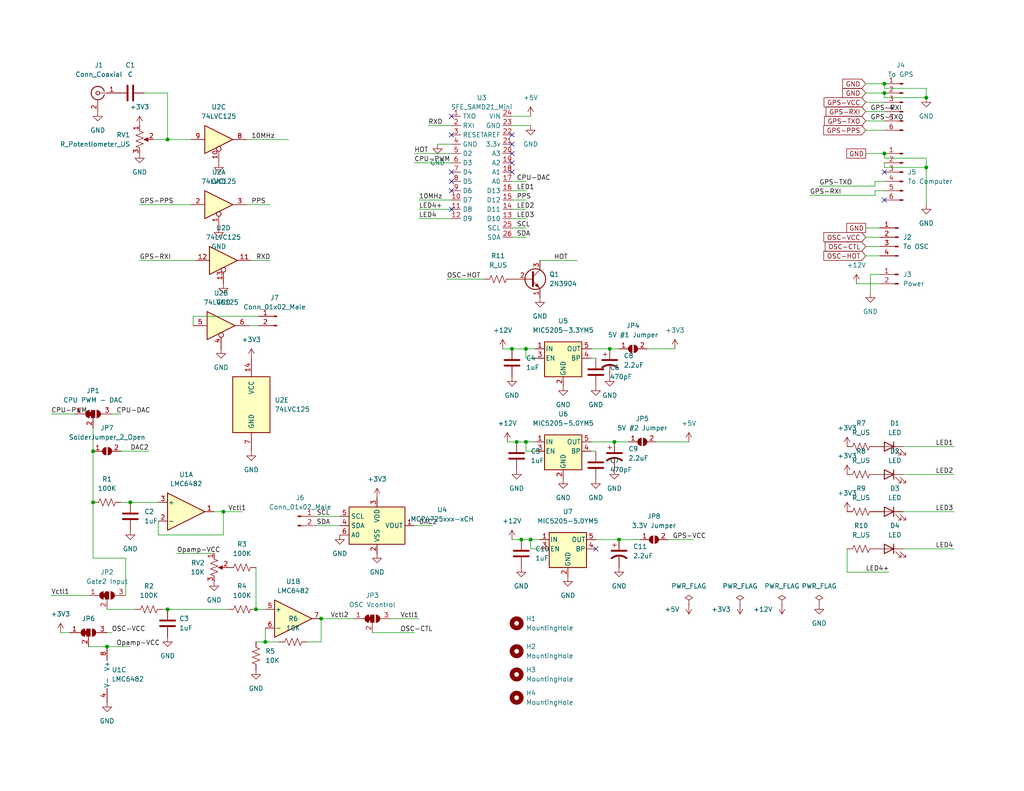
<source format=kicad_sch>
(kicad_sch (version 20230121) (generator eeschema)
  (paper "USLetter")
  (title_block (title "GPS Disciplined Oscillator"))
  (lib_symbols
    (symbol "74xx:74LVC125" (pin_names (offset 1.016))
      (property "Reference" "U" (at 0 1.27 0))
      (property "Value" "74LVC125" (at 0 -1.27 0))
      (symbol "74LVC125_1_0"
        (pin input inverted (at 0 -6.35 90) (length 4.445) (name "~") (number "1"))
        (pin input line (at -7.62 0 0) (length 3.81) (name "~") (number "2"))
        (pin tri_state line (at 7.62 0 180) (length 3.81) (name "~") (number "3"))
      )
      (symbol "74LVC125_2_0"
        (pin input inverted (at 0 -6.35 90) (length 4.445) (name "~") (number "4"))
        (pin input line (at -7.62 0 0) (length 3.81) (name "~") (number "5"))
        (pin tri_state line (at 7.62 0 180) (length 3.81) (name "~") (number "6"))
      )
      (symbol "74LVC125_3_0"
        (pin input inverted (at 0 -6.35 90) (length 4.445) (name "~") (number "10"))
        (pin tri_state line (at 7.62 0 180) (length 3.81) (name "~") (number "8"))
        (pin input line (at -7.62 0 0) (length 3.81) (name "~") (number "9"))
      )
      (symbol "74LVC125_4_0"
        (pin tri_state line (at 7.62 0 180) (length 3.81) (name "~") (number "11"))
        (pin input line (at -7.62 0 0) (length 3.81) (name "~") (number "12"))
        (pin input inverted (at 0 -6.35 90) (length 4.445) (name "~") (number "13"))
      )
      (symbol "74LVC125_5_0"
        (pin power_in line (at 0 12.7 270) (length 5.08) (name "VCC") (number "14"))
        (pin power_in line (at 0 -12.7 90) (length 5.08) (name "GND") (number "7"))
      )
    )
    (symbol "Amplifier_Operational:LMC6482" (pin_names (offset 0.127))
      (property "Reference" "U" (at 0 5.08 0))
      (property "Value" "LMC6482" (at 0 -5.08 0))
      (symbol "LMC6482_1_1"
        (pin output line (at 7.62 0 180) (length 2.54) (name "~") (number "1"))
        (pin input line (at -7.62 -2.54 0) (length 2.54) (name "-") (number "2"))
        (pin input line (at -7.62 2.54 0) (length 2.54) (name "+") (number "3"))
      )
      (symbol "LMC6482_2_1"
        (pin input line (at -7.62 2.54 0) (length 2.54) (name "+") (number "5"))
        (pin input line (at -7.62 -2.54 0) (length 2.54) (name "-") (number "6"))
        (pin output line (at 7.62 0 180) (length 2.54) (name "~") (number "7"))
      )
      (symbol "LMC6482_3_1"
        (pin power_in line (at -2.54 -7.62 90) (length 3.81) (name "V-") (number "4"))
        (pin power_in line (at -2.54 7.62 270) (length 3.81) (name "V+") (number "8"))
      )
    )
    (symbol "Analog_DAC:MCP4725xxx-xCH"
      (property "Reference" "U" (at -6.35 6.35 0))
      (property "Value" "MCP4725xxx-xCH" (at 8.89 6.35 0))
      (symbol "MCP4725xxx-xCH_1_1"
        (pin output line (at 10.16 0 180) (length 2.54) (name "VOUT") (number "1"))
        (pin power_in line (at 0 -7.62 90) (length 2.54) (name "VSS") (number "2"))
        (pin power_in line (at 0 7.62 270) (length 2.54) (name "VDD") (number "3"))
        (pin bidirectional line (at -10.16 0 0) (length 2.54) (name "SDA") (number "4"))
        (pin input line (at -10.16 2.54 0) (length 2.54) (name "SCL") (number "5"))
        (pin input line (at -10.16 -2.54 0) (length 2.54) (name "A0") (number "6"))
      )
    )
    (symbol "Connector:Conn_01x02_Male" (pin_names (offset 1.016) hide)
      (property "Reference" "J" (at 0 2.54 0))
      (property "Value" "Conn_01x02_Male" (at 0 -5.08 0))
      (symbol "Conn_01x02_Male_1_1"
        (pin passive line (at 5.08 0 180) (length 3.81) (name "Pin_1") (number "1"))
        (pin passive line (at 5.08 -2.54 180) (length 3.81) (name "Pin_2") (number "2"))
      )
    )
    (symbol "Connector:Conn_01x04_Male" (pin_names (offset 1.016) hide)
      (property "Reference" "J" (at 0 5.08 0))
      (property "Value" "Conn_01x04_Male" (at 0 -7.62 0))
      (symbol "Conn_01x04_Male_1_1"
        (pin passive line (at 5.08 2.54 180) (length 3.81) (name "Pin_1") (number "1"))
        (pin passive line (at 5.08 0 180) (length 3.81) (name "Pin_2") (number "2"))
        (pin passive line (at 5.08 -2.54 180) (length 3.81) (name "Pin_3") (number "3"))
        (pin passive line (at 5.08 -5.08 180) (length 3.81) (name "Pin_4") (number "4"))
      )
    )
    (symbol "Connector:Conn_01x06_Male" (pin_names (offset 1.016) hide)
      (property "Reference" "J" (at 0 7.62 0))
      (property "Value" "Conn_01x06_Male" (at 0 -10.16 0))
      (symbol "Conn_01x06_Male_1_1"
        (pin passive line (at 5.08 5.08 180) (length 3.81) (name "Pin_1") (number "1"))
        (pin passive line (at 5.08 2.54 180) (length 3.81) (name "Pin_2") (number "2"))
        (pin passive line (at 5.08 0 180) (length 3.81) (name "Pin_3") (number "3"))
        (pin passive line (at 5.08 -2.54 180) (length 3.81) (name "Pin_4") (number "4"))
        (pin passive line (at 5.08 -5.08 180) (length 3.81) (name "Pin_5") (number "5"))
        (pin passive line (at 5.08 -7.62 180) (length 3.81) (name "Pin_6") (number "6"))
      )
    )
    (symbol "Connector:Conn_Coaxial" (pin_names (offset 1.016) hide)
      (property "Reference" "J" (at 0.254 3.048 0))
      (property "Value" "Conn_Coaxial" (at 2.921 0 90))
      (symbol "Conn_Coaxial_1_1"
        (pin passive line (at -5.08 0 0) (length 2.54) (name "In") (number "1"))
        (pin passive line (at 0 -5.08 90) (length 2.54) (name "Ext") (number "2"))
      )
    )
    (symbol "Device:C" (pin_numbers hide) (pin_names (offset 0.254))
      (property "Reference" "C" (at 0.635 2.54 0))
      (property "Value" "C" (at 0.635 -2.54 0))
      (symbol "C_1_1"
        (pin passive line (at 0 3.81 270) (length 2.794) (name "~") (number "1"))
        (pin passive line (at 0 -3.81 90) (length 2.794) (name "~") (number "2"))
      )
    )
    (symbol "Device:C_Polarized_US" (pin_numbers hide) (pin_names (offset 0.254) hide)
      (property "Reference" "C" (at 0.635 2.54 0))
      (property "Value" "C_Polarized_US" (at 0.635 -2.54 0))
      (symbol "C_Polarized_US_1_1"
        (pin passive line (at 0 3.81 270) (length 2.794) (name "~") (number "1"))
        (pin passive line (at 0 -3.81 90) (length 3.302) (name "~") (number "2"))
      )
    )
    (symbol "Device:LED" (pin_numbers hide) (pin_names (offset 1.016) hide)
      (property "Reference" "D" (at 0 2.54 0))
      (property "Value" "LED" (at 0 -2.54 0))
      (symbol "LED_1_1"
        (pin passive line (at -3.81 0 0) (length 2.54) (name "K") (number "1"))
        (pin passive line (at 3.81 0 180) (length 2.54) (name "A") (number "2"))
      )
    )
    (symbol "Device:R_Potentiometer_US" (pin_names (offset 1.016) hide)
      (property "Reference" "RV" (at -4.445 0 90))
      (property "Value" "R_Potentiometer_US" (at -2.54 0 90))
      (symbol "R_Potentiometer_US_1_1"
        (pin passive line (at 0 3.81 270) (length 1.27) (name "1") (number "1"))
        (pin passive line (at 3.81 0 180) (length 1.27) (name "2") (number "2"))
        (pin passive line (at 0 -3.81 90) (length 1.27) (name "3") (number "3"))
      )
    )
    (symbol "Device:R_US" (pin_numbers hide) (pin_names (offset 0))
      (property "Reference" "R" (at 2.54 0 90))
      (property "Value" "R_US" (at -2.54 0 90))
      (symbol "R_US_1_1"
        (pin passive line (at 0 3.81 270) (length 1.27) (name "~") (number "1"))
        (pin passive line (at 0 -3.81 90) (length 1.27) (name "~") (number "2"))
      )
    )
    (symbol "Glen_Arduino:SFE_SAMD21_Mini"
      (property "Reference" "U" (at 0 0 0))
      (property "Value" "SFE_SAMD21_Mini" (at 0 0 0))
      (symbol "SFE_SAMD21_Mini_1_1"
        (pin output line (at 0 -2.54 0) (length 2.54) (name "TXO") (number "1"))
        (pin bidirectional line (at 0 -25.4 0) (length 2.54) (name "D7") (number "10"))
        (pin bidirectional line (at 0 -27.94 0) (length 2.54) (name "D8") (number "11"))
        (pin bidirectional line (at 0 -30.48 0) (length 2.54) (name "D9") (number "12"))
        (pin bidirectional line (at 16.51 -30.48 180) (length 2.54) (name "D10") (number "13"))
        (pin bidirectional line (at 16.51 -27.94 180) (length 2.54) (name "D11") (number "14"))
        (pin bidirectional line (at 16.51 -25.4 180) (length 2.54) (name "D12") (number "15"))
        (pin bidirectional line (at 16.51 -22.86 180) (length 2.54) (name "D13") (number "16"))
        (pin bidirectional line (at 16.51 -20.32 180) (length 2.54) (name "A0") (number "17"))
        (pin bidirectional line (at 16.51 -17.78 180) (length 2.54) (name "A1") (number "18"))
        (pin bidirectional line (at 16.51 -15.24 180) (length 2.54) (name "A2") (number "19"))
        (pin input line (at 0 -5.08 0) (length 2.54) (name "RXI") (number "2"))
        (pin bidirectional line (at 16.51 -12.7 180) (length 2.54) (name "A3") (number "20"))
        (pin power_out line (at 16.51 -10.16 180) (length 2.54) (name "3.3v") (number "21"))
        (pin input line (at 16.51 -7.62 180) (length 2.54) (name "AREF") (number "22"))
        (pin passive line (at 16.51 -5.08 180) (length 2.54) (name "GND") (number "23"))
        (pin power_in line (at 16.51 -2.54 180) (length 2.54) (name "VIN") (number "24"))
        (pin bidirectional line (at 16.51 -33.02 180) (length 2.54) (name "SCL") (number "25"))
        (pin bidirectional line (at 16.51 -35.56 180) (length 2.54) (name "SDA") (number "26"))
        (pin input line (at 0 -7.62 0) (length 2.54) (name "RESET") (number "3"))
        (pin passive line (at 0 -10.16 0) (length 2.54) (name "GND") (number "4"))
        (pin bidirectional line (at 0 -12.7 0) (length 2.54) (name "D2") (number "5"))
        (pin bidirectional line (at 0 -15.24 0) (length 2.54) (name "D3") (number "6"))
        (pin bidirectional line (at 0 -17.78 0) (length 2.54) (name "D4") (number "7"))
        (pin bidirectional line (at 0 -20.32 0) (length 2.54) (name "D5") (number "8"))
        (pin bidirectional line (at 0 -22.86 0) (length 2.54) (name "D6") (number "9"))
      )
    )
    (symbol "Jumper:SolderJumper_2_Open" (pin_names (offset 0) hide)
      (property "Reference" "JP" (at 0 2.032 0))
      (property "Value" "SolderJumper_2_Open" (at 0 -2.54 0))
      (symbol "SolderJumper_2_Open_1_1"
        (pin passive line (at -3.81 0 0) (length 2.54) (name "A") (number "1"))
        (pin passive line (at 3.81 0 180) (length 2.54) (name "B") (number "2"))
      )
    )
    (symbol "Jumper:SolderJumper_3_Bridged12" (pin_names (offset 0) hide)
      (property "Reference" "JP" (at -2.54 -2.54 0))
      (property "Value" "SolderJumper_3_Bridged12" (at 0 2.794 0))
      (symbol "SolderJumper_3_Bridged12_1_1"
        (pin passive line (at -5.08 0 0) (length 2.54) (name "A") (number "1"))
        (pin passive line (at 0 -3.81 90) (length 2.54) (name "C") (number "2"))
        (pin passive line (at 5.08 0 180) (length 2.54) (name "B") (number "3"))
      )
    )
    (symbol "Mechanical:MountingHole" (pin_names (offset 1.016))
      (property "Reference" "H" (at 0 5.08 0))
      (property "Value" "MountingHole" (at 0 3.175 0))
    )
    (symbol "Regulator_Linear:MIC5205-3.3YM5" (pin_names (offset 0.254))
      (property "Reference" "U" (at -3.81 5.715 0))
      (property "Value" "MIC5205-3.3YM5" (at 0 5.715 0))
      (symbol "MIC5205-3.3YM5_1_1"
        (pin power_in line (at -7.62 2.54 0) (length 2.54) (name "IN") (number "1"))
        (pin power_in line (at 0 -7.62 90) (length 2.54) (name "GND") (number "2"))
        (pin input line (at -7.62 0 0) (length 2.54) (name "EN") (number "3"))
        (pin input line (at 7.62 0 180) (length 2.54) (name "BP") (number "4"))
        (pin power_out line (at 7.62 2.54 180) (length 2.54) (name "OUT") (number "5"))
      )
    )
    (symbol "Regulator_Linear:MIC5205-5.0YM5" (pin_names (offset 0.254))
      (property "Reference" "U" (at -3.81 5.715 0))
      (property "Value" "MIC5205-5.0YM5" (at 0 5.715 0))
      (symbol "MIC5205-5.0YM5_1_1"
        (pin power_in line (at -7.62 2.54 0) (length 2.54) (name "IN") (number "1"))
        (pin power_in line (at 0 -7.62 90) (length 2.54) (name "GND") (number "2"))
        (pin input line (at -7.62 0 0) (length 2.54) (name "EN") (number "3"))
        (pin input line (at 7.62 0 180) (length 2.54) (name "BP") (number "4"))
        (pin power_out line (at 7.62 2.54 180) (length 2.54) (name "OUT") (number "5"))
      )
    )
    (symbol "Transistor_BJT:2N3904" (pin_names (offset 0) hide)
      (property "Reference" "Q" (at 5.08 1.905 0))
      (property "Value" "2N3904" (at 5.08 0 0))
      (symbol "2N3904_1_1"
        (pin passive line (at 2.54 -5.08 90) (length 2.54) (name "E") (number "1"))
        (pin passive line (at -5.08 0 0) (length 5.715) (name "B") (number "2"))
        (pin passive line (at 2.54 5.08 270) (length 2.54) (name "C") (number "3"))
      )
    )
    (symbol "power:+12V" (power) (pin_names (offset 0))
      (property "Value" "+12V" (at 0 3.556 0))
      (symbol "+12V_1_1"
        (pin power_in line (at 0 0 90) (length 0) hide (name "+12V") (number "1"))
      )
    )
    (symbol "power:+3V3" (power) (pin_names (offset 0))
      (property "Value" "+3V3" (at 0 3.556 0))
      (symbol "+3V3_1_1"
        (pin power_in line (at 0 0 90) (length 0) hide (name "+3V3") (number "1"))
      )
    )
    (symbol "power:+5V" (power) (pin_names (offset 0))
      (property "Value" "+5V" (at 0 3.556 0))
      (symbol "+5V_1_1"
        (pin power_in line (at 0 0 90) (length 0) hide (name "+5V") (number "1"))
      )
    )
    (symbol "power:GND" (power) (pin_names (offset 0))
      (property "Value" "GND" (at 0 -3.81 0))
      (symbol "GND_1_1"
        (pin power_in line (at 0 0 270) (length 0) hide (name "GND") (number "1"))
      )
    )
    (symbol "power:PWR_FLAG" (power) (pin_numbers hide) (pin_names (offset 0) hide)
      (property "Value" "PWR_FLAG" (at 0 3.81 0))
      (symbol "PWR_FLAG_0_0"
        (pin power_out line (at 0 0 90) (length 0) (name "pwr") (number "1"))
      )
    )
  )
  (junction (at 252.73 26.67))
  (junction (at 144.78 147.32))
  (junction (at 72.39 175.26))
  (junction (at 167.64 120.65))
  (junction (at 166.37 95.25))
  (junction (at 60.96 139.7))
  (junction (at 143.51 95.25))
  (junction (at 25.4 123.19))
  (junction (at 139.7 95.25))
  (junction (at 87.63 168.91))
  (junction (at 241.3 41.91))
  (junction (at 241.3 22.86))
  (junction (at 45.72 166.37))
  (junction (at 29.21 176.53))
  (junction (at 252.73 45.72))
  (junction (at 35.56 137.16))
  (junction (at 142.24 147.32))
  (junction (at 168.91 147.32))
  (junction (at 69.85 166.37))
  (junction (at 25.4 137.16))
  (junction (at 45.72 38.1))
  (junction (at 143.51 120.65))
  (junction (at 140.97 120.65))
  (junction (at 241.3 25.4))
  (no_connect (at 123.19 31.75))
  (no_connect (at 241.3 46.99))
  (no_connect (at 139.7 46.99))
  (no_connect (at 139.7 44.45))
  (no_connect (at 139.7 41.91))
  (no_connect (at 139.7 39.37))
  (no_connect (at 123.19 36.83))
  (no_connect (at 139.7 36.83))
  (no_connect (at 123.19 46.99))
  (no_connect (at 123.19 49.53))
  (no_connect (at 123.19 52.07))
  (no_connect (at 162.56 149.86))
  (no_connect (at 241.3 54.61))
  (no_connect (at 123.19 57.15))
  (wire (pts (xy 114.3 54.61) (xy 123.19 54.61)))
  (wire (pts (xy 236.22 22.86) (xy 241.3 22.86)))
  (wire (pts (xy 238.76 49.53) (xy 238.76 50.8)))
  (wire (pts (xy 143.51 120.65) (xy 146.05 120.65)))
  (wire (pts (xy 252.73 24.13) (xy 252.73 26.67)))
  (wire (pts (xy 176.53 95.25) (xy 184.15 95.25)))
  (wire (pts (xy 146.05 97.79) (xy 143.51 97.79)))
  (wire (pts (xy 140.97 120.65) (xy 143.51 120.65)))
  (wire (pts (xy 69.85 166.37) (xy 72.39 166.37)))
  (wire (pts (xy 139.7 54.61) (xy 143.51 54.61)))
  (wire (pts (xy 139.7 59.69) (xy 143.51 59.69)))
  (wire (pts (xy 45.72 25.4) (xy 45.72 38.1)))
  (wire (pts (xy 43.18 146.05) (xy 43.18 142.24)))
  (wire (pts (xy 238.76 52.07) (xy 241.3 52.07)))
  (wire (pts (xy 147.32 71.12) (xy 157.48 71.12)))
  (wire (pts (xy 45.72 38.1) (xy 52.07 38.1)))
  (wire (pts (xy 237.49 74.93) (xy 240.03 74.93)))
  (wire (pts (xy 114.3 57.15) (xy 123.19 57.15)))
  (wire (pts (xy 146.05 123.19) (xy 143.51 123.19)))
  (wire (pts (xy 238.76 49.53) (xy 241.3 49.53)))
  (wire (pts (xy 241.3 41.91) (xy 241.3 43.18)))
  (wire (pts (xy 20.32 113.03) (xy 13.97 113.03)))
  (wire (pts (xy 87.63 168.91) (xy 96.52 168.91)))
  (wire (pts (xy 144.78 149.86) (xy 144.78 147.32)))
  (wire (pts (xy 24.13 176.53) (xy 29.21 176.53)))
  (wire (pts (xy 236.22 62.23) (xy 240.03 62.23)))
  (wire (pts (xy 220.98 53.34) (xy 238.76 53.34)))
  (wire (pts (xy 138.43 120.65) (xy 140.97 120.65)))
  (wire (pts (xy 48.26 151.13) (xy 58.42 151.13)))
  (wire (pts (xy 246.38 149.86) (xy 260.35 149.86)))
  (wire (pts (xy 246.38 139.7) (xy 260.35 139.7)))
  (wire (pts (xy 236.22 69.85) (xy 240.03 69.85)))
  (wire (pts (xy 52.705 86.36) (xy 52.705 88.9)))
  (wire (pts (xy 25.4 123.19) (xy 25.4 137.16)))
  (wire (pts (xy 139.7 62.23) (xy 143.51 62.23)))
  (wire (pts (xy 38.1 55.88) (xy 52.07 55.88)))
  (wire (pts (xy 139.7 52.07) (xy 143.51 52.07)))
  (wire (pts (xy 231.14 156.21) (xy 242.57 156.21)))
  (wire (pts (xy 241.3 22.86) (xy 241.3 24.13)))
  (wire (pts (xy 119.38 39.37) (xy 123.19 39.37)))
  (wire (pts (xy 33.02 123.19) (xy 40.64 123.19)))
  (wire (pts (xy 161.29 97.79) (xy 162.56 97.79)))
  (wire (pts (xy 139.7 31.75) (xy 144.78 31.75)))
  (wire (pts (xy 139.7 64.77) (xy 143.51 64.77)))
  (wire (pts (xy 139.7 95.25) (xy 143.51 95.25)))
  (wire (pts (xy 29.21 176.53) (xy 35.56 176.53)))
  (wire (pts (xy 68.58 71.12) (xy 73.66 71.12)))
  (wire (pts (xy 45.72 166.37) (xy 62.23 166.37)))
  (wire (pts (xy 161.29 120.65) (xy 167.64 120.65)))
  (wire (pts (xy 38.1 71.12) (xy 53.34 71.12)))
  (wire (pts (xy 87.63 175.26) (xy 83.82 175.26)))
  (wire (pts (xy 39.37 25.4) (xy 45.72 25.4)))
  (wire (pts (xy 33.02 137.16) (xy 35.56 137.16)))
  (wire (pts (xy 30.48 113.03) (xy 33.02 113.03)))
  (wire (pts (xy 16.51 172.72) (xy 19.05 172.72)))
  (wire (pts (xy 236.22 41.91) (xy 241.3 41.91)))
  (wire (pts (xy 246.38 121.92) (xy 260.35 121.92)))
  (wire (pts (xy 25.4 152.4) (xy 34.29 152.4)))
  (wire (pts (xy 29.21 172.72) (xy 30.48 172.72)))
  (wire (pts (xy 60.96 139.7) (xy 66.04 139.7)))
  (wire (pts (xy 137.16 95.25) (xy 139.7 95.25)))
  (wire (pts (xy 72.39 175.26) (xy 72.39 171.45)))
  (wire (pts (xy 87.63 168.91) (xy 87.63 175.26)))
  (wire (pts (xy 143.51 97.79) (xy 143.51 95.25)))
  (wire (pts (xy 76.2 175.26) (xy 72.39 175.26)))
  (wire (pts (xy 106.68 168.91) (xy 114.3 168.91)))
  (wire (pts (xy 241.3 26.67) (xy 252.73 26.67)))
  (wire (pts (xy 236.22 30.48) (xy 241.3 30.48)))
  (wire (pts (xy 238.76 52.07) (xy 238.76 53.34)))
  (wire (pts (xy 236.22 64.77) (xy 240.03 64.77)))
  (wire (pts (xy 236.22 33.02) (xy 241.3 33.02)))
  (wire (pts (xy 161.29 95.25) (xy 166.37 95.25)))
  (wire (pts (xy 44.45 166.37) (xy 45.72 166.37)))
  (wire (pts (xy 113.03 44.45) (xy 123.19 44.45)))
  (wire (pts (xy 34.29 162.56) (xy 34.29 152.4)))
  (wire (pts (xy 69.85 175.26) (xy 72.39 175.26)))
  (wire (pts (xy 25.4 137.16) (xy 25.4 152.4)))
  (wire (pts (xy 58.42 139.7) (xy 60.96 139.7)))
  (wire (pts (xy 179.07 120.65) (xy 187.96 120.65)))
  (wire (pts (xy 29.21 166.37) (xy 36.83 166.37)))
  (wire (pts (xy 236.22 25.4) (xy 241.3 25.4)))
  (wire (pts (xy 168.91 147.32) (xy 174.625 147.32)))
  (wire (pts (xy 246.38 129.54) (xy 260.35 129.54)))
  (wire (pts (xy 236.22 67.31) (xy 240.03 67.31)))
  (wire (pts (xy 60.96 146.05) (xy 43.18 146.05)))
  (wire (pts (xy 143.51 123.19) (xy 143.51 120.65)))
  (wire (pts (xy 86.36 143.51) (xy 92.71 143.51)))
  (wire (pts (xy 67.31 38.1) (xy 78.74 38.1)))
  (wire (pts (xy 121.92 76.2) (xy 132.08 76.2)))
  (wire (pts (xy 86.36 140.97) (xy 92.71 140.97)))
  (wire (pts (xy 143.51 95.25) (xy 146.05 95.25)))
  (wire (pts (xy 116.84 34.29) (xy 123.19 34.29)))
  (wire (pts (xy 241.3 25.4) (xy 241.3 26.67)))
  (wire (pts (xy 139.7 147.32) (xy 142.24 147.32)))
  (wire (pts (xy 252.73 45.72) (xy 252.73 55.88)))
  (wire (pts (xy 231.14 149.86) (xy 231.14 156.21)))
  (wire (pts (xy 25.4 116.84) (xy 25.4 123.19)))
  (wire (pts (xy 241.3 45.72) (xy 252.73 45.72)))
  (wire (pts (xy 252.73 43.18) (xy 252.73 45.72)))
  (wire (pts (xy 241.3 24.13) (xy 252.73 24.13)))
  (wire (pts (xy 162.56 147.32) (xy 168.91 147.32)))
  (wire (pts (xy 67.945 88.9) (xy 70.485 88.9)))
  (wire (pts (xy 69.85 154.94) (xy 69.85 166.37)))
  (wire (pts (xy 161.29 123.19) (xy 162.56 123.19)))
  (wire (pts (xy 167.64 120.65) (xy 171.45 120.65)))
  (wire (pts (xy 223.52 50.8) (xy 238.76 50.8)))
  (wire (pts (xy 139.7 49.53) (xy 143.51 49.53)))
  (wire (pts (xy 182.245 147.32) (xy 189.23 147.32)))
  (wire (pts (xy 114.3 59.69) (xy 123.19 59.69)))
  (wire (pts (xy 139.7 57.15) (xy 143.51 57.15)))
  (wire (pts (xy 139.7 34.29) (xy 144.78 34.29)))
  (wire (pts (xy 41.91 38.1) (xy 45.72 38.1)))
  (wire (pts (xy 142.24 147.32) (xy 144.78 147.32)))
  (wire (pts (xy 144.78 147.32) (xy 147.32 147.32)))
  (wire (pts (xy 241.3 44.45) (xy 241.3 45.72)))
  (wire (pts (xy 13.97 162.56) (xy 24.13 162.56)))
  (wire (pts (xy 236.22 35.56) (xy 241.3 35.56)))
  (wire (pts (xy 147.32 149.86) (xy 144.78 149.86)))
  (wire (pts (xy 70.485 86.36) (xy 52.705 86.36)))
  (wire (pts (xy 113.03 143.51) (xy 118.11 143.51)))
  (wire (pts (xy 237.49 80.01) (xy 237.49 74.93)))
  (wire (pts (xy 241.3 43.18) (xy 252.73 43.18)))
  (wire (pts (xy 67.31 55.88) (xy 73.66 55.88)))
  (wire (pts (xy 233.68 77.47) (xy 240.03 77.47)))
  (wire (pts (xy 113.03 41.91) (xy 123.19 41.91)))
  (wire (pts (xy 35.56 137.16) (xy 43.18 137.16)))
  (wire (pts (xy 236.22 27.94) (xy 241.3 27.94)))
  (wire (pts (xy 101.6 172.72) (xy 113.03 172.72)))
  (wire (pts (xy 166.37 95.25) (xy 168.91 95.25)))
  (wire (pts (xy 60.96 139.7) (xy 60.96 146.05)))
  (label "GPS-RXI" (at 220.98 53.34 0))
  (label "LED4" (at 255.27 149.86 0))
  (label "Vctl1" (at 62.23 139.7 0))
  (label "GPS-PPS" (at 38.1 55.88 0))
  (label "RXD" (at 116.84 34.29 0))
  (label "HOT" (at 151.13 71.12 0))
  (label "SCL" (at 86.36 140.97 0))
  (label "GPS-RXI" (at 38.1 71.12 0))
  (label "SCL" (at 140.97 62.23 0))
  (label "10MHz" (at 68.58 38.1 0))
  (label "DAC2" (at 35.56 123.19 0))
  (label "CPU-PWM" (at 113.03 44.45 0))
  (label "GPS-TXO" (at 237.49 33.02 0))
  (label "LED4+" (at 114.3 57.15 0))
  (label "OSC-HOT" (at 121.92 76.2 0))
  (label "Vctl1" (at 109.22 168.91 0))
  (label "LED2" (at 255.27 129.54 0))
  (label "LED1" (at 255.27 121.92 0))
  (label "Opamp-VCC" (at 48.26 151.13 0))
  (label "PPS" (at 140.97 54.61 0))
  (label "Opamp-VCC" (at 31.75 176.53 0))
  (label "CPU-DAC" (at 140.97 49.53 0))
  (label "GPS-VCC" (at 183.515 147.32 0))
  (label "Vctl2" (at 90.17 168.91 0))
  (label "OSC-CTL" (at 109.22 172.72 0))
  (label "LED2" (at 140.97 57.15 0))
  (label "GPS-TXO" (at 223.52 50.8 0))
  (label "LED1" (at 140.97 52.07 0))
  (label "10MHz" (at 114.3 54.61 0))
  (label "PPS" (at 68.58 55.88 0))
  (label "LED3" (at 140.97 59.69 0))
  (label "Vctl1" (at 13.97 162.56 0))
  (label "LED3" (at 255.27 139.7 0))
  (label "HOT" (at 113.03 41.91 0))
  (label "OSC-VCC" (at 30.48 172.72 0))
  (label "RXD" (at 69.85 71.12 0))
  (label "CPU-PWM" (at 13.97 113.03 0))
  (label "SDA" (at 140.97 64.77 0))
  (label "LED4" (at 114.3 59.69 0))
  (label "GPS-RXI" (at 237.49 30.48 0))
  (label "DAC2" (at 114.3 143.51 0))
  (label "CPU-DAC" (at 31.75 113.03 0))
  (label "SDA" (at 86.36 143.51 0))
  (label "LED4+" (at 236.22 156.21 0))
  (global_label "GND" (shape input) (at 236.22 25.4 180) (property "Intersheetrefs" "${INTERSHEET_REFS}" (effects hide)))
  (global_label "OSC-VCC" (shape input) (at 236.22 64.77 180) (property "Intersheetrefs" "${INTERSHEET_REFS}" (effects hide)))
  (global_label "GPS-PPS" (shape input) (at 236.22 35.56 180) (property "Intersheetrefs" "${INTERSHEET_REFS}" (effects hide)))
  (global_label "GND" (shape passive) (at 236.22 62.23 180) (property "Intersheetrefs" "${INTERSHEET_REFS}" (effects hide)))
  (global_label "GPS-VCC" (shape input) (at 236.22 27.94 180) (property "Intersheetrefs" "${INTERSHEET_REFS}" (effects hide)))
  (global_label "GPS-TXO" (shape input) (at 236.22 33.02 180) (property "Intersheetrefs" "${INTERSHEET_REFS}" (effects hide)))
  (global_label "OSC-HOT" (shape input) (at 236.22 69.85 180) (property "Intersheetrefs" "${INTERSHEET_REFS}" (effects hide)))
  (global_label "GND" (shape input) (at 236.22 22.86 180) (property "Intersheetrefs" "${INTERSHEET_REFS}" (effects hide)))
  (global_label "GND" (shape passive) (at 236.22 41.91 180) (property "Intersheetrefs" "${INTERSHEET_REFS}" (effects hide)))
  (global_label "OSC-CTL" (shape input) (at 236.22 67.31 180) (property "Intersheetrefs" "${INTERSHEET_REFS}" (effects hide)))
  (global_label "GPS-RXI" (shape input) (at 236.22 30.48 180) (property "Intersheetrefs" "${INTERSHEET_REFS}" (effects hide)))
  (symbol (lib_id "74xx:74LVC125") (at 59.69 38.1 0) (unit 3)
    (property "Reference" "U2" (at 59.69 29.21 0))
    (property "Value" "74LVC125" (at 59.69 31.75 0))
    (property "Footprint" "Package_SO:SOIC-14_3.9x8.7mm_P1.27mm" (effects hide))
    (property "Datasheet" "http://www.ti.com/lit/gpn/sn74LVC125" (effects hide))
  )
  (symbol (lib_id "74xx:74LVC125") (at 60.96 71.12 0) (unit 4)
    (property "Reference" "U2" (at 60.96 62.23 0))
    (property "Value" "74LVC125" (at 60.96 64.77 0))
    (property "Footprint" "Package_SO:SOIC-14_3.9x8.7mm_P1.27mm" (effects hide))
    (property "Datasheet" "http://www.ti.com/lit/gpn/sn74LVC125" (effects hide))
  )
  (symbol (lib_id "power:GND") (at 142.24 154.94 0) (unit 1)
    (property "Reference" "#PWR048" (effects hide))
    (property "Value" "GND" (at 142.24 160.02 0))
  )
  (symbol (lib_id "Device:R_US") (at 234.95 139.7 270) (unit 1)
    (property "Reference" "R9" (at 234.95 133.35 90))
    (property "Value" "R_US" (at 234.95 135.89 90))
    (property "Footprint" "Resistor_SMD:R_0805_2012Metric_Pad1.20x1.40mm_HandSolder" (effects hide))
  )
  (symbol (lib_id "power:GND") (at 68.58 123.19 0) (unit 1)
    (property "Reference" "#PWR014" (effects hide))
    (property "Value" "GND" (at 68.58 128.27 0))
  )
  (symbol (lib_id "power:+3V3") (at 201.93 165.1 0) (mirror x) (unit 1)
    (property "Reference" "#PWR044" (effects hide))
    (property "Value" "+3V3" (at 199.39 166.3699 0) (effects (justify right)))
  )
  (symbol (lib_id "Mechanical:MountingHole") (at 140.97 190.5 0) (unit 1)
    (property "Reference" "H4" (at 143.51 189.23 0) (effects (justify left)))
    (property "Value" "MountingHole" (at 143.51 191.77 0) (effects (justify left)))
    (property "Footprint" "MountingHole:MountingHole_3.2mm_M3" (effects hide))
  )
  (symbol (lib_id "Device:R_US") (at 66.04 166.37 270) (unit 1)
    (property "Reference" "R4" (at 66.04 160.02 90))
    (property "Value" "100K" (at 66.04 162.56 90))
    (property "Footprint" "Resistor_SMD:R_0805_2012Metric_Pad1.20x1.40mm_HandSolder" (effects hide))
  )
  (symbol (lib_id "Device:C_Polarized_US") (at 167.64 124.46 0) (unit 1)
    (property "Reference" "C9" (at 171.45 122.555 0) (effects (justify left)))
    (property "Value" "2.2uF" (at 171.45 125.095 0) (effects (justify left)))
    (property "Footprint" "Capacitor_SMD:C_1206_3216Metric_Pad1.33x1.80mm_HandSolder" (effects hide))
  )
  (symbol (lib_id "Connector:Conn_01x06_Male") (at 246.38 27.94 0) (mirror y) (unit 1)
    (property "Reference" "J4" (at 245.745 17.78 0))
    (property "Value" "To GPS" (at 245.745 20.32 0))
    (property "Footprint" "Connector_PinHeader_2.54mm:PinHeader_1x06_P2.54mm_Vertical" (effects hide))
  )
  (symbol (lib_id "power:GND") (at 252.73 26.67 0) (unit 1)
    (property "Reference" "#PWR039" (effects hide))
    (property "Value" "GND" (at 252.73 31.75 0))
  )
  (symbol (lib_id "power:GND") (at 45.72 173.99 0) (unit 1)
    (property "Reference" "#PWR07" (effects hide))
    (property "Value" "GND" (at 45.72 179.07 0))
  )
  (symbol (lib_id "Device:R_US") (at 40.64 166.37 270) (unit 1)
    (property "Reference" "R2" (at 40.64 160.02 90))
    (property "Value" "100K" (at 40.64 162.56 90))
    (property "Footprint" "Resistor_SMD:R_0805_2012Metric_Pad1.20x1.40mm_HandSolder" (effects hide))
  )
  (symbol (lib_id "power:PWR_FLAG") (at 187.96 165.1 0) (unit 1)
    (property "Reference" "#FLG01" (effects hide))
    (property "Value" "PWR_FLAG" (at 187.96 160.02 0))
  )
  (symbol (lib_id "power:GND") (at 29.21 191.77 0) (unit 1)
    (property "Reference" "#PWR02" (effects hide))
    (property "Value" "GND" (at 29.21 196.85 0))
  )
  (symbol (lib_id "Device:R_US") (at 29.21 137.16 270) (unit 1)
    (property "Reference" "R1" (at 29.21 130.81 90))
    (property "Value" "100K" (at 29.21 133.35 90))
    (property "Footprint" "Resistor_SMD:R_0805_2012Metric_Pad1.20x1.40mm_HandSolder" (effects hide))
  )
  (symbol (lib_id "Amplifier_Operational:LMC6482") (at 80.01 168.91 0) (unit 2)
    (property "Reference" "U1" (at 80.01 158.75 0))
    (property "Value" "LMC6482" (at 80.01 161.29 0))
    (property "Footprint" "Package_SO:SOIC-8_5.23x5.23mm_P1.27mm" (effects hide))
    (property "Datasheet" "http://www.ti.com/lit/ds/symlink/lmc6482.pdf" (effects hide))
  )
  (symbol (lib_id "power:+3V3") (at 102.87 135.89 0) (unit 1)
    (property "Reference" "#PWR017" (effects hide))
    (property "Value" "+3V3" (at 102.87 130.81 0))
  )
  (symbol (lib_id "power:GND") (at 162.56 105.41 0) (unit 1)
    (property "Reference" "#PWR027" (effects hide))
    (property "Value" "GND" (at 162.56 110.49 0))
  )
  (symbol (lib_id "Regulator_Linear:MIC5205-5.0YM5") (at 153.67 123.19 0) (unit 1)
    (property "Reference" "U6" (at 153.67 113.03 0))
    (property "Value" "MIC5205-5.0YM5" (at 153.67 115.57 0))
    (property "Footprint" "Package_TO_SOT_SMD:SOT-23-5" (effects hide))
    (property "Datasheet" "http://ww1.microchip.com/downloads/en/DeviceDoc/20005785A.pdf" (effects hide))
  )
  (symbol (lib_id "power:+3V3") (at 16.51 172.72 0) (unit 1)
    (property "Reference" "#PWR01" (effects hide))
    (property "Value" "+3V3" (at 16.51 167.64 0))
  )
  (symbol (lib_id "power:GND") (at 69.85 182.88 0) (unit 1)
    (property "Reference" "#PWR015" (effects hide))
    (property "Value" "GND" (at 69.85 187.96 0))
  )
  (symbol (lib_id "power:GND") (at 223.52 165.1 0) (unit 1)
    (property "Reference" "#PWR046" (effects hide))
    (property "Value" "GND" (at 223.52 170.18 0))
  )
  (symbol (lib_id "Device:R_US") (at 234.95 149.86 270) (unit 1)
    (property "Reference" "R10" (at 234.95 143.51 90))
    (property "Value" "R_US" (at 234.95 146.05 90))
    (property "Footprint" "Resistor_SMD:R_0805_2012Metric_Pad1.20x1.40mm_HandSolder" (effects hide))
  )
  (symbol (lib_id "power:GND") (at 167.64 128.27 0) (unit 1)
    (property "Reference" "#PWR030" (effects hide))
    (property "Value" "GND" (at 167.64 133.35 0))
  )
  (symbol (lib_id "power:+3V3") (at 38.1 34.29 0) (unit 1)
    (property "Reference" "#PWR05" (effects hide))
    (property "Value" "+3V3" (at 38.1 29.21 0))
  )
  (symbol (lib_id "Amplifier_Operational:LMC6482") (at 50.8 139.7 0) (unit 1)
    (property "Reference" "U1" (at 50.8 129.54 0))
    (property "Value" "LMC6482" (at 50.8 132.08 0))
    (property "Footprint" "Package_SO:SOIC-8_5.23x5.23mm_P1.27mm" (effects hide))
    (property "Datasheet" "http://www.ti.com/lit/ds/symlink/lmc6482.pdf" (effects hide))
  )
  (symbol (lib_id "Device:R_Potentiometer_US") (at 58.42 154.94 0) (unit 1)
    (property "Reference" "RV2" (at 55.88 153.67 0) (effects (justify right)))
    (property "Value" "10K" (at 55.88 156.21 0) (effects (justify right)))
    (property "Footprint" "Potentiometer_THT:Potentiometer_ACP_CA6-H2,5_Horizontal" (effects hide))
  )
  (symbol (lib_id "Analog_DAC:MCP4725xxx-xCH") (at 102.87 143.51 0) (unit 1)
    (property "Reference" "U4" (at 120.65 139.1793 0))
    (property "Value" "MCP4725xxx-xCH" (at 120.65 141.7193 0))
    (property "Footprint" "Package_TO_SOT_SMD:SOT-23-6" (effects hide))
    (property "Datasheet" "http://ww1.microchip.com/downloads/en/DeviceDoc/22039d.pdf" (effects hide))
  )
  (symbol (lib_id "power:PWR_FLAG") (at 201.93 165.1 0) (unit 1)
    (property "Reference" "#FLG02" (effects hide))
    (property "Value" "PWR_FLAG" (at 201.93 160.02 0))
  )
  (symbol (lib_id "Connector:Conn_01x02_Male") (at 245.11 74.93 0) (mirror y) (unit 1)
    (property "Reference" "J3" (at 246.38 74.93 0) (effects (justify right)))
    (property "Value" "Power" (at 246.38 77.47 0) (effects (justify right)))
    (property "Footprint" "Connector_PinHeader_2.54mm:PinHeader_1x02_P2.54mm_Vertical" (effects hide))
  )
  (symbol (lib_id "Mechanical:MountingHole") (at 140.97 184.15 0) (unit 1)
    (property "Reference" "H3" (at 143.51 182.88 0) (effects (justify left)))
    (property "Value" "MountingHole" (at 143.51 185.42 0) (effects (justify left)))
    (property "Footprint" "MountingHole:MountingHole_3.2mm_M3" (effects hide))
  )
  (symbol (lib_id "Device:R_Potentiometer_US") (at 38.1 38.1 0) (unit 1)
    (property "Reference" "RV1" (at 35.56 36.8299 0) (effects (justify right)))
    (property "Value" "R_Potentiometer_US" (at 35.56 39.3699 0) (effects (justify right)))
    (property "Footprint" "Potentiometer_THT:Potentiometer_ACP_CA6-H2,5_Horizontal" (effects hide))
  )
  (symbol (lib_id "power:+3V3") (at 231.14 121.92 0) (unit 1)
    (property "Reference" "#PWR033" (effects hide))
    (property "Value" "+3V3" (at 231.14 116.84 0))
  )
  (symbol (lib_id "power:GND") (at 154.94 157.48 0) (unit 1)
    (property "Reference" "#PWR049" (effects hide))
    (property "Value" "GND" (at 154.94 162.56 0))
  )
  (symbol (lib_id "Device:C") (at 45.72 170.18 0) (unit 1)
    (property "Reference" "C3" (at 48.895 168.91 0) (effects (justify left)))
    (property "Value" "1uF" (at 48.895 171.45 0) (effects (justify left)))
    (property "Footprint" "Capacitor_SMD:C_1206_3216Metric_Pad1.33x1.80mm_HandSolder" (effects hide))
  )
  (symbol (lib_id "Regulator_Linear:MIC5205-5.0YM5") (at 154.94 149.86 0) (unit 1)
    (property "Reference" "U7" (at 154.94 139.7 0))
    (property "Value" "MIC5205-5.0YM5" (at 154.94 142.24 0))
    (property "Footprint" "Package_TO_SOT_SMD:SOT-23-5" (effects hide))
    (property "Datasheet" "http://ww1.microchip.com/downloads/en/DeviceDoc/20005785A.pdf" (effects hide))
  )
  (symbol (lib_id "Jumper:SolderJumper_3_Bridged12") (at 24.13 172.72 0) (unit 1)
    (property "Reference" "JP6" (at 24.13 168.91 0))
    (property "Value" "~" (at 24.13 168.91 0))
    (property "Footprint" "Jumper:SolderJumper-3_P1.3mm_Open_Pad1.0x1.5mm" (effects hide))
  )
  (symbol (lib_id "power:GND") (at 60.96 77.47 0) (unit 1)
    (property "Reference" "#PWR012" (effects hide))
    (property "Value" "GND" (at 60.96 82.55 0))
  )
  (symbol (lib_id "power:PWR_FLAG") (at 223.52 165.1 0) (unit 1)
    (property "Reference" "#FLG04" (effects hide))
    (property "Value" "PWR_FLAG" (at 223.52 160.02 0))
  )
  (symbol (lib_id "Device:C") (at 139.7 99.06 0) (unit 1)
    (property "Reference" "C4" (at 143.51 97.7899 0) (effects (justify left)))
    (property "Value" "1uF" (at 143.51 100.3299 0) (effects (justify left)))
    (property "Footprint" "Capacitor_SMD:C_0805_2012Metric_Pad1.18x1.45mm_HandSolder" (effects hide))
  )
  (symbol (lib_id "74xx:74LVC125") (at 59.69 55.88 0) (unit 1)
    (property "Reference" "U2" (at 59.69 46.99 0))
    (property "Value" "74LVC125" (at 59.69 49.53 0))
    (property "Footprint" "Package_SO:SOIC-14_3.9x8.7mm_P1.27mm" (effects hide))
    (property "Datasheet" "http://www.ti.com/lit/gpn/sn74LVC125" (effects hide))
  )
  (symbol (lib_id "power:GND") (at 153.67 130.81 0) (unit 1)
    (property "Reference" "#PWR026" (effects hide))
    (property "Value" "GND" (at 153.67 135.89 0))
  )
  (symbol (lib_id "Device:LED") (at 242.57 129.54 0) (mirror y) (unit 1)
    (property "Reference" "D2" (at 244.1575 123.19 0))
    (property "Value" "LED" (at 244.1575 125.73 0))
    (property "Footprint" "LED_THT:LED_D5.0mm" (effects hide))
  )
  (symbol (lib_id "power:GND") (at 59.69 44.45 0) (unit 1)
    (property "Reference" "#PWR09" (effects hide))
    (property "Value" "GND" (at 59.69 49.53 0))
  )
  (symbol (lib_id "power:GND") (at 35.56 144.78 0) (unit 1)
    (property "Reference" "#PWR04" (effects hide))
    (property "Value" "GND" (at 35.56 149.86 0))
  )
  (symbol (lib_id "Jumper:SolderJumper_2_Open") (at 178.435 147.32 0) (unit 1)
    (property "Reference" "JP8" (at 178.435 140.97 0))
    (property "Value" "3.3V Jumper" (at 178.435 143.51 0))
    (property "Footprint" "Jumper:SolderJumper-2_P1.3mm_Open_Pad1.0x1.5mm" (effects hide))
  )
  (symbol (lib_id "Device:LED") (at 242.57 139.7 0) (mirror y) (unit 1)
    (property "Reference" "D3" (at 244.1575 133.35 0))
    (property "Value" "LED" (at 244.1575 135.89 0))
    (property "Footprint" "LED_THT:LED_D5.0mm" (effects hide))
  )
  (symbol (lib_id "Transistor_BJT:2N3904") (at 144.78 76.2 0) (unit 1)
    (property "Reference" "Q1" (at 149.86 74.9299 0) (effects (justify left)))
    (property "Value" "2N3904" (at 149.86 77.4699 0) (effects (justify left)))
    (property "Footprint" "Package_TO_SOT_THT:TO-92_Inline" (effects hide))
    (property "Datasheet" "https://www.onsemi.com/pub/Collateral/2N3903-D.PDF" (effects hide))
  )
  (symbol (lib_id "Glen_Arduino:SFE_SAMD21_Mini") (at 123.19 29.21 0) (unit 1)
    (property "Reference" "U3" (at 131.445 26.67 0))
    (property "Value" "SFE_SAMD21_Mini" (at 131.445 29.21 0))
    (property "Footprint" "Glen_Arduino:SFE SAMD21 Mini" (effects hide))
  )
  (symbol (lib_id "Device:R_US") (at 234.95 129.54 270) (unit 1)
    (property "Reference" "R8" (at 234.95 123.19 90))
    (property "Value" "R_US" (at 234.95 125.73 90))
    (property "Footprint" "Resistor_SMD:R_0805_2012Metric_Pad1.20x1.40mm_HandSolder" (effects hide))
  )
  (symbol (lib_id "power:GND") (at 237.49 80.01 0) (unit 1)
    (property "Reference" "#PWR038" (effects hide))
    (property "Value" "GND" (at 237.49 85.09 0))
  )
  (symbol (lib_id "Device:LED") (at 242.57 121.92 0) (mirror y) (unit 1)
    (property "Reference" "D1" (at 244.1575 115.57 0))
    (property "Value" "LED" (at 244.1575 118.11 0))
    (property "Footprint" "LED_THT:LED_D5.0mm" (effects hide))
  )
  (symbol (lib_id "power:GND") (at 168.91 154.94 0) (unit 1)
    (property "Reference" "#PWR051" (effects hide))
    (property "Value" "GND" (at 168.91 160.02 0))
  )
  (symbol (lib_id "Jumper:SolderJumper_2_Open") (at 172.72 95.25 0) (unit 1)
    (property "Reference" "JP4" (at 172.72 88.9 0))
    (property "Value" "5V #1 Jumper" (at 172.72 91.44 0))
    (property "Footprint" "Jumper:SolderJumper-2_P1.3mm_Open_Pad1.0x1.5mm" (effects hide))
  )
  (symbol (lib_id "Device:R_US") (at 135.89 76.2 270) (unit 1)
    (property "Reference" "R11" (at 135.89 69.85 90))
    (property "Value" "R_US" (at 135.89 72.39 90))
    (property "Footprint" "Resistor_SMD:R_0805_2012Metric_Pad1.20x1.40mm_HandSolder" (effects hide))
  )
  (symbol (lib_id "Device:C") (at 140.97 124.46 0) (unit 1)
    (property "Reference" "C5" (at 144.78 123.1899 0) (effects (justify left)))
    (property "Value" "1uF" (at 144.78 125.7299 0) (effects (justify left)))
    (property "Footprint" "Capacitor_SMD:C_0805_2012Metric_Pad1.18x1.45mm_HandSolder" (effects hide))
  )
  (symbol (lib_id "Device:C") (at 35.56 25.4 270) (unit 1)
    (property "Reference" "C1" (at 35.56 17.78 90))
    (property "Value" "C" (at 35.56 20.32 90))
    (property "Footprint" "Capacitor_SMD:C_0805_2012Metric_Pad1.18x1.45mm_HandSolder" (effects hide))
  )
  (symbol (lib_id "Device:R_US") (at 69.85 179.07 0) (unit 1)
    (property "Reference" "R5" (at 72.39 177.8 0) (effects (justify left)))
    (property "Value" "10K" (at 72.39 180.34 0) (effects (justify left)))
    (property "Footprint" "Resistor_SMD:R_0805_2012Metric_Pad1.20x1.40mm_HandSolder" (effects hide))
  )
  (symbol (lib_id "power:GND") (at 60.325 95.25 0) (unit 1)
    (property "Reference" "#PWR011" (effects hide))
    (property "Value" "GND" (at 60.325 100.33 0))
  )
  (symbol (lib_id "Connector:Conn_01x02_Male") (at 81.28 140.97 0) (unit 1)
    (property "Reference" "J6" (at 81.915 135.89 0))
    (property "Value" "Conn_01x02_Male" (at 81.915 138.43 0))
    (property "Footprint" "Connector_PinHeader_2.54mm:PinHeader_1x02_P2.54mm_Vertical" (effects hide))
  )
  (symbol (lib_id "power:GND") (at 144.78 34.29 0) (unit 1)
    (property "Reference" "#PWR020" (effects hide))
    (property "Value" "GND" (at 144.78 39.37 0))
  )
  (symbol (lib_id "power:GND") (at 140.97 128.27 0) (unit 1)
    (property "Reference" "#PWR024" (effects hide))
    (property "Value" "GND" (at 140.97 133.35 0))
  )
  (symbol (lib_id "Jumper:SolderJumper_3_Bridged12") (at 101.6 168.91 0) (unit 1)
    (property "Reference" "JP3" (at 101.6 162.56 0))
    (property "Value" "OSC Vcontrol" (at 101.6 165.1 0))
    (property "Footprint" "Jumper:SolderJumper-3_P1.3mm_Open_Pad1.0x1.5mm" (effects hide))
  )
  (symbol (lib_id "Device:R_US") (at 66.04 154.94 270) (unit 1)
    (property "Reference" "R3" (at 66.04 148.59 90))
    (property "Value" "100K" (at 66.04 151.13 90))
    (property "Footprint" "Resistor_SMD:R_0805_2012Metric_Pad1.20x1.40mm_HandSolder" (effects hide))
  )
  (symbol (lib_id "power:+12V") (at 137.16 95.25 0) (unit 1)
    (property "Reference" "#PWR021" (effects hide))
    (property "Value" "+12V" (at 137.16 90.17 0))
  )
  (symbol (lib_id "Jumper:SolderJumper_2_Open") (at 29.21 123.19 0) (unit 1)
    (property "Reference" "JP7" (at 29.21 116.84 0))
    (property "Value" "SolderJumper_2_Open" (at 29.21 119.38 0))
    (property "Footprint" "Jumper:SolderJumper-2_P1.3mm_Open_Pad1.0x1.5mm" (effects hide))
  )
  (symbol (lib_id "74xx:74LVC125") (at 60.325 88.9 0) (unit 2)
    (property "Reference" "U2" (at 60.325 80.01 0))
    (property "Value" "74LVC125" (at 60.325 82.55 0))
    (property "Footprint" "Package_SO:SOIC-14_3.9x8.7mm_P1.27mm" (effects hide))
    (property "Datasheet" "http://www.ti.com/lit/gpn/sn74LVC125" (effects hide))
  )
  (symbol (lib_id "power:+3V3") (at 231.14 139.7 0) (unit 1)
    (property "Reference" "#PWR035" (effects hide))
    (property "Value" "+3V3" (at 231.14 134.62 0))
  )
  (symbol (lib_id "Device:C") (at 162.56 101.6 0) (unit 1)
    (property "Reference" "C6" (at 166.37 100.33 0) (effects (justify left)))
    (property "Value" "470pF" (at 166.37 102.87 0) (effects (justify left)))
    (property "Footprint" "Capacitor_SMD:C_0805_2012Metric_Pad1.18x1.45mm_HandSolder" (effects hide))
  )
  (symbol (lib_id "power:GND") (at 26.67 30.48 0) (unit 1)
    (property "Reference" "#PWR03" (effects hide))
    (property "Value" "GND" (at 26.67 35.56 0))
  )
  (symbol (lib_id "Device:C") (at 35.56 140.97 0) (unit 1)
    (property "Reference" "C2" (at 39.37 139.7 0) (effects (justify left)))
    (property "Value" "1uF" (at 39.37 142.24 0) (effects (justify left)))
    (property "Footprint" "Capacitor_SMD:C_0805_2012Metric_Pad1.18x1.45mm_HandSolder" (effects hide))
  )
  (symbol (lib_id "power:GND") (at 162.56 130.81 0) (unit 1)
    (property "Reference" "#PWR028" (effects hide))
    (property "Value" "GND" (at 162.56 135.89 0))
  )
  (symbol (lib_id "Connector:Conn_01x04_Male") (at 245.11 64.77 0) (mirror y) (unit 1)
    (property "Reference" "J2" (at 246.38 64.77 0) (effects (justify right)))
    (property "Value" "To OSC" (at 246.38 67.31 0) (effects (justify right)))
    (property "Footprint" "Connector_PinHeader_2.54mm:PinHeader_1x04_P2.54mm_Vertical" (effects hide))
  )
  (symbol (lib_id "power:GND") (at 59.69 62.23 0) (unit 1)
    (property "Reference" "#PWR010" (effects hide))
    (property "Value" "GND" (at 59.69 67.31 0))
  )
  (symbol (lib_id "Jumper:SolderJumper_3_Bridged12") (at 25.4 113.03 0) (unit 1)
    (property "Reference" "JP1" (at 25.4 106.68 0))
    (property "Value" "CPU PWM - DAC" (at 25.4 109.22 0))
    (property "Footprint" "Jumper:SolderJumper-3_P1.3mm_Open_Pad1.0x1.5mm" (effects hide))
  )
  (symbol (lib_id "Mechanical:MountingHole") (at 140.97 177.8 0) (unit 1)
    (property "Reference" "H2" (at 143.51 176.53 0) (effects (justify left)))
    (property "Value" "MountingHole" (at 143.51 179.07 0) (effects (justify left)))
    (property "Footprint" "MountingHole:MountingHole_3.2mm_M3" (effects hide))
  )
  (symbol (lib_id "74xx:74LVC125") (at 68.58 110.49 0) (unit 5)
    (property "Reference" "U2" (at 74.93 109.2199 0) (effects (justify left)))
    (property "Value" "74LVC125" (at 74.93 111.7599 0) (effects (justify left)))
    (property "Footprint" "Package_SO:SOIC-14_3.9x8.7mm_P1.27mm" (effects hide))
    (property "Datasheet" "http://www.ti.com/lit/gpn/sn74LVC125" (effects hide))
  )
  (symbol (lib_id "Device:C") (at 142.24 151.13 0) (unit 1)
    (property "Reference" "C10" (at 146.05 149.8599 0) (effects (justify left)))
    (property "Value" "1uF" (at 146.05 152.3999 0) (effects (justify left)))
    (property "Footprint" "Capacitor_SMD:C_0805_2012Metric_Pad1.18x1.45mm_HandSolder" (effects hide))
  )
  (symbol (lib_id "power:GND") (at 252.73 55.88 0) (unit 1)
    (property "Reference" "#PWR040" (effects hide))
    (property "Value" "GND" (at 252.73 60.96 0))
  )
  (symbol (lib_id "Connector:Conn_01x06_Male") (at 246.38 46.99 0) (mirror y) (unit 1)
    (property "Reference" "J5" (at 247.65 46.99 0) (effects (justify right)))
    (property "Value" "To Computer" (at 247.65 49.53 0) (effects (justify right)))
    (property "Footprint" "Connector_PinHeader_2.54mm:PinHeader_1x06_P2.54mm_Vertical" (effects hide))
  )
  (symbol (lib_id "Device:LED") (at 242.57 149.86 0) (mirror y) (unit 1)
    (property "Reference" "D4" (at 244.1575 143.51 0))
    (property "Value" "LED" (at 244.1575 146.05 0))
    (property "Footprint" "LED_THT:LED_D5.0mm" (effects hide))
  )
  (symbol (lib_id "power:GND") (at 102.87 151.13 0) (unit 1)
    (property "Reference" "#PWR018" (effects hide))
    (property "Value" "GND" (at 102.87 156.21 0))
  )
  (symbol (lib_id "Device:C") (at 162.56 127 0) (unit 1)
    (property "Reference" "C7" (at 166.37 125.73 0) (effects (justify left)))
    (property "Value" "470pF" (at 166.37 128.27 0) (effects (justify left)))
    (property "Footprint" "Capacitor_SMD:C_0805_2012Metric_Pad1.18x1.45mm_HandSolder" (effects hide))
  )
  (symbol (lib_id "Device:R_US") (at 80.01 175.26 90) (unit 1)
    (property "Reference" "R6" (at 80.01 168.91 90))
    (property "Value" "10K" (at 80.01 171.45 90))
    (property "Footprint" "Resistor_SMD:R_0805_2012Metric_Pad1.20x1.40mm_HandSolder" (effects hide))
  )
  (symbol (lib_id "Amplifier_Operational:LMC6482") (at 31.75 184.15 0) (unit 3)
    (property "Reference" "U1" (at 30.48 182.8799 0) (effects (justify left)))
    (property "Value" "LMC6482" (at 30.48 185.4199 0) (effects (justify left)))
    (property "Footprint" "Package_SO:SOIC-8_5.23x5.23mm_P1.27mm" (effects hide))
    (property "Datasheet" "http://www.ti.com/lit/ds/symlink/lmc6482.pdf" (effects hide))
  )
  (symbol (lib_id "power:+5V") (at 187.96 120.65 0) (unit 1)
    (property "Reference" "#PWR032" (effects hide))
    (property "Value" "+5V" (at 187.96 115.57 0))
  )
  (symbol (lib_id "Device:C_Polarized_US") (at 168.91 151.13 0) (unit 1)
    (property "Reference" "C11" (at 172.72 149.225 0) (effects (justify left)))
    (property "Value" "2.2uF" (at 172.72 151.765 0) (effects (justify left)))
    (property "Footprint" "Capacitor_SMD:C_1206_3216Metric_Pad1.33x1.80mm_HandSolder" (effects hide))
  )
  (symbol (lib_id "Jumper:SolderJumper_2_Open") (at 175.26 120.65 0) (unit 1)
    (property "Reference" "JP5" (at 175.26 114.3 0))
    (property "Value" "5V #2 Jumper" (at 175.26 116.84 0))
    (property "Footprint" "Jumper:SolderJumper-2_P1.3mm_Open_Pad1.0x1.5mm" (effects hide))
  )
  (symbol (lib_id "Connector:Conn_Coaxial") (at 26.67 25.4 0) (mirror y) (unit 1)
    (property "Reference" "J1" (at 26.9874 17.78 0))
    (property "Value" "Conn_Coaxial" (at 26.9874 20.32 0))
    (property "Footprint" "Connector_PinHeader_2.54mm:PinHeader_1x02_P2.54mm_Vertical" (effects hide))
    (property "Datasheet" " ~" (effects hide))
  )
  (symbol (lib_id "power:GND") (at 38.1 41.91 0) (unit 1)
    (property "Reference" "#PWR06" (effects hide))
    (property "Value" "GND" (at 38.1 46.99 0))
  )
  (symbol (lib_id "power:PWR_FLAG") (at 213.36 165.1 0) (unit 1)
    (property "Reference" "#FLG03" (effects hide))
    (property "Value" "PWR_FLAG" (at 213.36 160.02 0))
  )
  (symbol (lib_id "Connector:Conn_01x02_Male") (at 75.565 86.36 0) (mirror y) (unit 1)
    (property "Reference" "J7" (at 74.93 81.28 0))
    (property "Value" "Conn_01x02_Male" (at 74.93 83.82 0))
    (property "Footprint" "Capacitor_SMD:C_0805_2012Metric_Pad1.18x1.45mm_HandSolder" (effects hide))
  )
  (symbol (lib_id "power:GND") (at 153.67 105.41 0) (unit 1)
    (property "Reference" "#PWR025" (effects hide))
    (property "Value" "GND" (at 153.67 110.49 0))
  )
  (symbol (lib_id "power:GND") (at 119.38 39.37 0) (unit 1)
    (property "Reference" "#PWR016" (effects hide))
    (property "Value" "GND" (at 119.38 44.45 0))
  )
  (symbol (lib_id "Device:C_Polarized_US") (at 166.37 99.06 0) (unit 1)
    (property "Reference" "C8" (at 170.18 97.155 0) (effects (justify left)))
    (property "Value" "2.2uF" (at 170.18 99.695 0) (effects (justify left)))
    (property "Footprint" "Capacitor_SMD:C_1206_3216Metric_Pad1.33x1.80mm_HandSolder" (effects hide))
  )
  (symbol (lib_id "power:+5V") (at 187.96 165.1 0) (mirror x) (unit 1)
    (property "Reference" "#PWR043" (effects hide))
    (property "Value" "+5V" (at 185.42 166.3699 0) (effects (justify right)))
  )
  (symbol (lib_id "power:+12V") (at 213.36 165.1 0) (mirror x) (unit 1)
    (property "Reference" "#PWR045" (effects hide))
    (property "Value" "+12V" (at 210.82 166.3699 0) (effects (justify right)))
  )
  (symbol (lib_id "power:+3V3") (at 184.15 95.25 0) (unit 1)
    (property "Reference" "#PWR031" (effects hide))
    (property "Value" "+3V3" (at 184.15 90.17 0))
  )
  (symbol (lib_id "Device:R_US") (at 234.95 121.92 270) (unit 1)
    (property "Reference" "R7" (at 234.95 115.57 90))
    (property "Value" "R_US" (at 234.95 118.11 90))
    (property "Footprint" "Resistor_SMD:R_0805_2012Metric_Pad1.20x1.40mm_HandSolder" (effects hide))
  )
  (symbol (lib_id "power:GND") (at 58.42 158.75 0) (unit 1)
    (property "Reference" "#PWR08" (effects hide))
    (property "Value" "GND" (at 58.42 163.83 0))
  )
  (symbol (lib_id "power:GND") (at 92.71 146.05 0) (unit 1)
    (property "Reference" "#PWR041" (effects hide))
    (property "Value" "GND" (at 92.71 151.13 0))
  )
  (symbol (lib_id "power:+5V") (at 144.78 31.75 0) (unit 1)
    (property "Reference" "#PWR019" (effects hide))
    (property "Value" "+5V" (at 144.78 26.67 0))
  )
  (symbol (lib_id "power:+12V") (at 139.7 147.32 0) (unit 1)
    (property "Reference" "#PWR047" (effects hide))
    (property "Value" "+12V" (at 139.7 142.24 0))
  )
  (symbol (lib_id "power:GND") (at 147.32 81.28 0) (unit 1)
    (property "Reference" "#PWR042" (effects hide))
    (property "Value" "GND" (at 147.32 86.36 0))
  )
  (symbol (lib_id "power:+3V3") (at 68.58 97.79 0) (unit 1)
    (property "Reference" "#PWR013" (effects hide))
    (property "Value" "+3V3" (at 68.58 92.71 0))
  )
  (symbol (lib_id "power:+12V") (at 233.68 77.47 0) (unit 1)
    (property "Reference" "#PWR037" (effects hide))
    (property "Value" "+12V" (at 233.68 72.39 0))
  )
  (symbol (lib_id "Regulator_Linear:MIC5205-3.3YM5") (at 153.67 97.79 0) (unit 1)
    (property "Reference" "U5" (at 153.67 87.63 0))
    (property "Value" "MIC5205-3.3YM5" (at 153.67 90.17 0))
    (property "Footprint" "Package_TO_SOT_SMD:SOT-23-5" (effects hide))
    (property "Datasheet" "http://ww1.microchip.com/downloads/en/DeviceDoc/20005785A.pdf" (effects hide))
  )
  (symbol (lib_id "power:GND") (at 139.7 102.87 0) (unit 1)
    (property "Reference" "#PWR023" (effects hide))
    (property "Value" "GND" (at 139.7 107.95 0))
  )
  (symbol (lib_id "Jumper:SolderJumper_3_Bridged12") (at 29.21 162.56 0) (unit 1)
    (property "Reference" "JP2" (at 29.21 156.21 0))
    (property "Value" "Gate2 Input" (at 29.21 158.75 0))
    (property "Footprint" "Jumper:SolderJumper-3_P1.3mm_Open_Pad1.0x1.5mm" (effects hide))
  )
  (symbol (lib_id "Mechanical:MountingHole") (at 140.97 170.18 0) (unit 1)
    (property "Reference" "H1" (at 143.51 168.91 0) (effects (justify left)))
    (property "Value" "MountingHole" (at 143.51 171.45 0) (effects (justify left)))
    (property "Footprint" "MountingHole:MountingHole_3.2mm_M3" (effects hide))
  )
  (symbol (lib_id "power:GND") (at 166.37 102.87 0) (unit 1)
    (property "Reference" "#PWR029" (effects hide))
    (property "Value" "GND" (at 166.37 107.95 0))
  )
  (symbol (lib_id "power:+3V3") (at 231.14 129.54 0) (unit 1)
    (property "Reference" "#PWR034" (effects hide))
    (property "Value" "+3V3" (at 231.14 124.46 0))
  )
  (symbol (lib_id "power:+12V") (at 138.43 120.65 0) (unit 1)
    (property "Reference" "#PWR022" (effects hide))
    (property "Value" "+12V" (at 138.43 115.57 0))
  )
)
</source>
